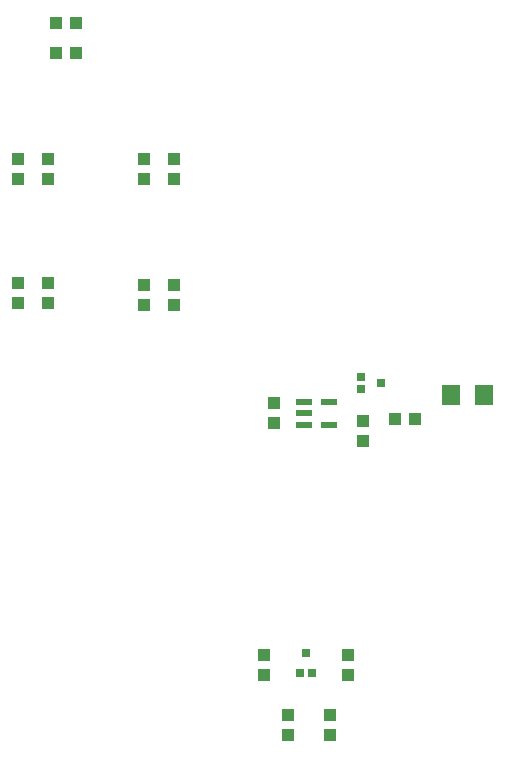
<source format=gbp>
%FSLAX24Y24*%
%MOIN*%
G70*
G01*
G75*
%ADD10C,0.0100*%
%ADD11R,0.0394X0.0433*%
%ADD12R,0.0374X0.0354*%
%ADD13R,0.0630X0.0335*%
%ADD14R,0.0315X0.0118*%
%ADD15R,0.0118X0.0315*%
%ADD16R,0.0571X0.0217*%
%ADD17R,0.0236X0.0787*%
%ADD18R,0.0118X0.0787*%
%ADD19R,0.0591X0.0512*%
%ADD20R,0.0354X0.0374*%
%ADD21R,0.0354X0.0374*%
%ADD22R,0.1063X0.0630*%
%ADD23R,0.0433X0.0394*%
%ADD24R,0.0315X0.0630*%
%ADD25R,0.0709X0.0630*%
%ADD26R,0.0433X0.0394*%
%ADD27R,0.0940X0.1000*%
%ADD28R,0.1300X0.1600*%
%ADD29R,0.6693X0.2500*%
%ADD30R,0.0787X0.0787*%
%ADD31R,0.0236X0.0866*%
%ADD32R,0.0236X0.0866*%
%ADD33R,0.0709X0.1063*%
%ADD34R,0.0394X0.0433*%
%ADD35R,0.0374X0.0354*%
%ADD36R,0.0630X0.0709*%
%ADD37C,0.0400*%
%ADD38C,0.0300*%
%ADD39C,0.0200*%
%ADD40C,0.0500*%
%ADD41C,0.0591*%
%ADD42R,0.0591X0.0591*%
%ADD43C,0.1181*%
%ADD44C,0.1181*%
%ADD45C,0.1575*%
%ADD46C,0.0394*%
%ADD47C,0.0394*%
%ADD48R,0.0315X0.0315*%
%ADD49C,0.0098*%
%ADD50C,0.0079*%
%ADD51C,0.0080*%
D11*
X10199Y-30335D02*
D03*
Y-29665D02*
D03*
X13001D02*
D03*
Y-30335D02*
D03*
X11000Y-31665D02*
D03*
X12400D02*
D03*
X6200Y-13115D02*
D03*
X2000Y-17265D02*
D03*
X3000D02*
D03*
X6200Y-17315D02*
D03*
X7200D02*
D03*
Y-13115D02*
D03*
X2000D02*
D03*
X3000D02*
D03*
X10550Y-21935D02*
D03*
Y-21265D02*
D03*
X13500Y-22535D02*
D03*
Y-21865D02*
D03*
X12400Y-32335D02*
D03*
X11000D02*
D03*
D16*
X12373Y-21974D02*
D03*
Y-21226D02*
D03*
X11527D02*
D03*
Y-21600D02*
D03*
Y-21974D02*
D03*
D23*
X15235Y-21800D02*
D03*
X3935Y-8600D02*
D03*
Y-9600D02*
D03*
D26*
X14565Y-21800D02*
D03*
X3265Y-8600D02*
D03*
Y-9600D02*
D03*
D34*
X6200Y-13785D02*
D03*
X2000Y-17935D02*
D03*
X3000D02*
D03*
X6200Y-17985D02*
D03*
X7200D02*
D03*
Y-13785D02*
D03*
X2000D02*
D03*
X3000D02*
D03*
D36*
X16449Y-21000D02*
D03*
X17551D02*
D03*
D48*
X11403Y-30250D02*
D03*
X11797D02*
D03*
X11600Y-29600D02*
D03*
X13450Y-20797D02*
D03*
Y-20403D02*
D03*
X14100Y-20600D02*
D03*
M02*

</source>
